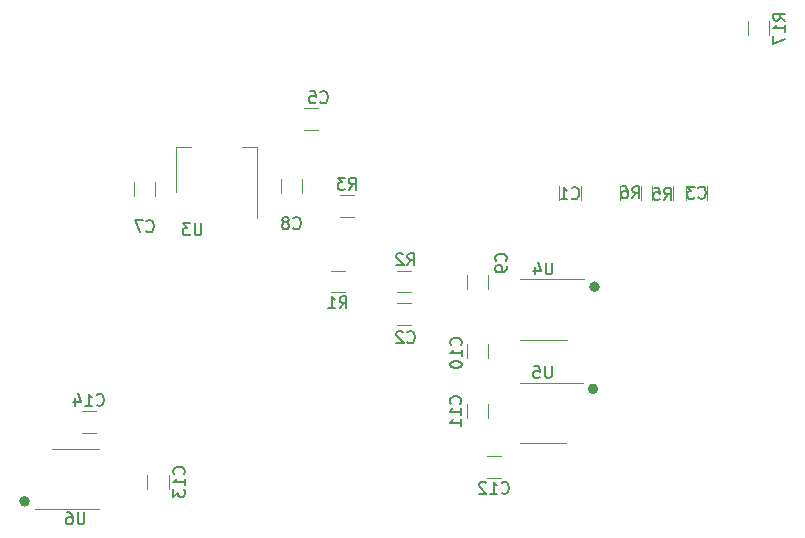
<source format=gbr>
G04 #@! TF.GenerationSoftware,KiCad,Pcbnew,5.1.2-f72e74a~84~ubuntu18.04.1*
G04 #@! TF.CreationDate,2019-09-15T12:20:08+02:00*
G04 #@! TF.ProjectId,PowerElectrobot,506f7765-7245-46c6-9563-74726f626f74,rev?*
G04 #@! TF.SameCoordinates,Original*
G04 #@! TF.FileFunction,Legend,Bot*
G04 #@! TF.FilePolarity,Positive*
%FSLAX46Y46*%
G04 Gerber Fmt 4.6, Leading zero omitted, Abs format (unit mm)*
G04 Created by KiCad (PCBNEW 5.1.2-f72e74a~84~ubuntu18.04.1) date 2019-09-15 12:20:08*
%MOMM*%
%LPD*%
G04 APERTURE LIST*
%ADD10C,0.500000*%
%ADD11C,0.120000*%
%ADD12C,0.150000*%
G04 APERTURE END LIST*
D10*
X72590000Y-111125000D02*
G75*
G03X72590000Y-111125000I-200000J0D01*
G01*
X120723000Y-101600000D02*
G75*
G03X120723000Y-101600000I-200000J0D01*
G01*
X120850000Y-92964000D02*
G75*
G03X120850000Y-92964000I-200000J0D01*
G01*
D11*
X117657200Y-84414736D02*
X117657200Y-85618864D01*
X119477200Y-84414736D02*
X119477200Y-85618864D01*
X103921936Y-94340000D02*
X105126064Y-94340000D01*
X103921936Y-96160000D02*
X105126064Y-96160000D01*
X130196000Y-85641264D02*
X130196000Y-84437136D01*
X128376000Y-85641264D02*
X128376000Y-84437136D01*
X96041936Y-77830000D02*
X97246064Y-77830000D01*
X96041936Y-79650000D02*
X97246064Y-79650000D01*
X83460000Y-85308064D02*
X83460000Y-84103936D01*
X81640000Y-85308064D02*
X81640000Y-84103936D01*
X94086000Y-85054064D02*
X94086000Y-83849936D01*
X95906000Y-85054064D02*
X95906000Y-83849936D01*
X111654000Y-91977936D02*
X111654000Y-93182064D01*
X109834000Y-91977936D02*
X109834000Y-93182064D01*
X111654000Y-99024064D02*
X111654000Y-97819936D01*
X109834000Y-99024064D02*
X109834000Y-97819936D01*
X111654000Y-102905936D02*
X111654000Y-104110064D01*
X109834000Y-102905936D02*
X109834000Y-104110064D01*
X111535936Y-109114000D02*
X112740064Y-109114000D01*
X111535936Y-107294000D02*
X112740064Y-107294000D01*
X82783000Y-110076064D02*
X82783000Y-108871936D01*
X84603000Y-110076064D02*
X84603000Y-108871936D01*
X78450064Y-103484000D02*
X77245936Y-103484000D01*
X78450064Y-105304000D02*
X77245936Y-105304000D01*
X98306937Y-93419001D02*
X99511065Y-93419001D01*
X98306937Y-91599001D02*
X99511065Y-91599001D01*
X103916937Y-93419001D02*
X105121065Y-93419001D01*
X103916937Y-91599001D02*
X105121065Y-91599001D01*
X100294064Y-85196000D02*
X99089936Y-85196000D01*
X100294064Y-87016000D02*
X99089936Y-87016000D01*
X127300400Y-84414736D02*
X127300400Y-85618864D01*
X125480400Y-84414736D02*
X125480400Y-85618864D01*
X124608000Y-84414736D02*
X124608000Y-85618864D01*
X122788000Y-84414736D02*
X122788000Y-85618864D01*
X85236000Y-81148000D02*
X86496000Y-81148000D01*
X92056000Y-81148000D02*
X90796000Y-81148000D01*
X85236000Y-84908000D02*
X85236000Y-81148000D01*
X92056000Y-87158000D02*
X92056000Y-81148000D01*
X116332000Y-92309000D02*
X119782000Y-92309000D01*
X116332000Y-92309000D02*
X114382000Y-92309000D01*
X116332000Y-97429000D02*
X118282000Y-97429000D01*
X116332000Y-97429000D02*
X114382000Y-97429000D01*
X116267000Y-106192000D02*
X114317000Y-106192000D01*
X116267000Y-106192000D02*
X118217000Y-106192000D01*
X116267000Y-101072000D02*
X114317000Y-101072000D01*
X116267000Y-101072000D02*
X119717000Y-101072000D01*
X76708000Y-106660000D02*
X78658000Y-106660000D01*
X76708000Y-106660000D02*
X74758000Y-106660000D01*
X76708000Y-111780000D02*
X78658000Y-111780000D01*
X76708000Y-111780000D02*
X73258000Y-111780000D01*
X135428400Y-71671264D02*
X135428400Y-70467136D01*
X133608400Y-71671264D02*
X133608400Y-70467136D01*
D12*
X118733866Y-85447142D02*
X118781485Y-85494761D01*
X118924342Y-85542380D01*
X119019580Y-85542380D01*
X119162438Y-85494761D01*
X119257676Y-85399523D01*
X119305295Y-85304285D01*
X119352914Y-85113809D01*
X119352914Y-84970952D01*
X119305295Y-84780476D01*
X119257676Y-84685238D01*
X119162438Y-84590000D01*
X119019580Y-84542380D01*
X118924342Y-84542380D01*
X118781485Y-84590000D01*
X118733866Y-84637619D01*
X117781485Y-85542380D02*
X118352914Y-85542380D01*
X118067200Y-85542380D02*
X118067200Y-84542380D01*
X118162438Y-84685238D01*
X118257676Y-84780476D01*
X118352914Y-84828095D01*
X104814666Y-97639142D02*
X104862285Y-97686761D01*
X105005142Y-97734380D01*
X105100380Y-97734380D01*
X105243238Y-97686761D01*
X105338476Y-97591523D01*
X105386095Y-97496285D01*
X105433714Y-97305809D01*
X105433714Y-97162952D01*
X105386095Y-96972476D01*
X105338476Y-96877238D01*
X105243238Y-96782000D01*
X105100380Y-96734380D01*
X105005142Y-96734380D01*
X104862285Y-96782000D01*
X104814666Y-96829619D01*
X104433714Y-96829619D02*
X104386095Y-96782000D01*
X104290857Y-96734380D01*
X104052761Y-96734380D01*
X103957523Y-96782000D01*
X103909904Y-96829619D01*
X103862285Y-96924857D01*
X103862285Y-97020095D01*
X103909904Y-97162952D01*
X104481333Y-97734380D01*
X103862285Y-97734380D01*
X129452666Y-85396342D02*
X129500285Y-85443961D01*
X129643142Y-85491580D01*
X129738380Y-85491580D01*
X129881238Y-85443961D01*
X129976476Y-85348723D01*
X130024095Y-85253485D01*
X130071714Y-85063009D01*
X130071714Y-84920152D01*
X130024095Y-84729676D01*
X129976476Y-84634438D01*
X129881238Y-84539200D01*
X129738380Y-84491580D01*
X129643142Y-84491580D01*
X129500285Y-84539200D01*
X129452666Y-84586819D01*
X129119333Y-84491580D02*
X128500285Y-84491580D01*
X128833619Y-84872533D01*
X128690761Y-84872533D01*
X128595523Y-84920152D01*
X128547904Y-84967771D01*
X128500285Y-85063009D01*
X128500285Y-85301104D01*
X128547904Y-85396342D01*
X128595523Y-85443961D01*
X128690761Y-85491580D01*
X128976476Y-85491580D01*
X129071714Y-85443961D01*
X129119333Y-85396342D01*
X97448666Y-77319142D02*
X97496285Y-77366761D01*
X97639142Y-77414380D01*
X97734380Y-77414380D01*
X97877238Y-77366761D01*
X97972476Y-77271523D01*
X98020095Y-77176285D01*
X98067714Y-76985809D01*
X98067714Y-76842952D01*
X98020095Y-76652476D01*
X97972476Y-76557238D01*
X97877238Y-76462000D01*
X97734380Y-76414380D01*
X97639142Y-76414380D01*
X97496285Y-76462000D01*
X97448666Y-76509619D01*
X96543904Y-76414380D02*
X97020095Y-76414380D01*
X97067714Y-76890571D01*
X97020095Y-76842952D01*
X96924857Y-76795333D01*
X96686761Y-76795333D01*
X96591523Y-76842952D01*
X96543904Y-76890571D01*
X96496285Y-76985809D01*
X96496285Y-77223904D01*
X96543904Y-77319142D01*
X96591523Y-77366761D01*
X96686761Y-77414380D01*
X96924857Y-77414380D01*
X97020095Y-77366761D01*
X97067714Y-77319142D01*
X82716666Y-88241142D02*
X82764285Y-88288761D01*
X82907142Y-88336380D01*
X83002380Y-88336380D01*
X83145238Y-88288761D01*
X83240476Y-88193523D01*
X83288095Y-88098285D01*
X83335714Y-87907809D01*
X83335714Y-87764952D01*
X83288095Y-87574476D01*
X83240476Y-87479238D01*
X83145238Y-87384000D01*
X83002380Y-87336380D01*
X82907142Y-87336380D01*
X82764285Y-87384000D01*
X82716666Y-87431619D01*
X82383333Y-87336380D02*
X81716666Y-87336380D01*
X82145238Y-88336380D01*
X95162666Y-87987142D02*
X95210285Y-88034761D01*
X95353142Y-88082380D01*
X95448380Y-88082380D01*
X95591238Y-88034761D01*
X95686476Y-87939523D01*
X95734095Y-87844285D01*
X95781714Y-87653809D01*
X95781714Y-87510952D01*
X95734095Y-87320476D01*
X95686476Y-87225238D01*
X95591238Y-87130000D01*
X95448380Y-87082380D01*
X95353142Y-87082380D01*
X95210285Y-87130000D01*
X95162666Y-87177619D01*
X94591238Y-87510952D02*
X94686476Y-87463333D01*
X94734095Y-87415714D01*
X94781714Y-87320476D01*
X94781714Y-87272857D01*
X94734095Y-87177619D01*
X94686476Y-87130000D01*
X94591238Y-87082380D01*
X94400761Y-87082380D01*
X94305523Y-87130000D01*
X94257904Y-87177619D01*
X94210285Y-87272857D01*
X94210285Y-87320476D01*
X94257904Y-87415714D01*
X94305523Y-87463333D01*
X94400761Y-87510952D01*
X94591238Y-87510952D01*
X94686476Y-87558571D01*
X94734095Y-87606190D01*
X94781714Y-87701428D01*
X94781714Y-87891904D01*
X94734095Y-87987142D01*
X94686476Y-88034761D01*
X94591238Y-88082380D01*
X94400761Y-88082380D01*
X94305523Y-88034761D01*
X94257904Y-87987142D01*
X94210285Y-87891904D01*
X94210285Y-87701428D01*
X94257904Y-87606190D01*
X94305523Y-87558571D01*
X94400761Y-87510952D01*
X113133142Y-90765333D02*
X113180761Y-90717714D01*
X113228380Y-90574857D01*
X113228380Y-90479619D01*
X113180761Y-90336761D01*
X113085523Y-90241523D01*
X112990285Y-90193904D01*
X112799809Y-90146285D01*
X112656952Y-90146285D01*
X112466476Y-90193904D01*
X112371238Y-90241523D01*
X112276000Y-90336761D01*
X112228380Y-90479619D01*
X112228380Y-90574857D01*
X112276000Y-90717714D01*
X112323619Y-90765333D01*
X113228380Y-91241523D02*
X113228380Y-91432000D01*
X113180761Y-91527238D01*
X113133142Y-91574857D01*
X112990285Y-91670095D01*
X112799809Y-91717714D01*
X112418857Y-91717714D01*
X112323619Y-91670095D01*
X112276000Y-91622476D01*
X112228380Y-91527238D01*
X112228380Y-91336761D01*
X112276000Y-91241523D01*
X112323619Y-91193904D01*
X112418857Y-91146285D01*
X112656952Y-91146285D01*
X112752190Y-91193904D01*
X112799809Y-91241523D01*
X112847428Y-91336761D01*
X112847428Y-91527238D01*
X112799809Y-91622476D01*
X112752190Y-91670095D01*
X112656952Y-91717714D01*
X109323142Y-97909142D02*
X109370761Y-97861523D01*
X109418380Y-97718666D01*
X109418380Y-97623428D01*
X109370761Y-97480571D01*
X109275523Y-97385333D01*
X109180285Y-97337714D01*
X108989809Y-97290095D01*
X108846952Y-97290095D01*
X108656476Y-97337714D01*
X108561238Y-97385333D01*
X108466000Y-97480571D01*
X108418380Y-97623428D01*
X108418380Y-97718666D01*
X108466000Y-97861523D01*
X108513619Y-97909142D01*
X109418380Y-98861523D02*
X109418380Y-98290095D01*
X109418380Y-98575809D02*
X108418380Y-98575809D01*
X108561238Y-98480571D01*
X108656476Y-98385333D01*
X108704095Y-98290095D01*
X108418380Y-99480571D02*
X108418380Y-99575809D01*
X108466000Y-99671047D01*
X108513619Y-99718666D01*
X108608857Y-99766285D01*
X108799333Y-99813904D01*
X109037428Y-99813904D01*
X109227904Y-99766285D01*
X109323142Y-99718666D01*
X109370761Y-99671047D01*
X109418380Y-99575809D01*
X109418380Y-99480571D01*
X109370761Y-99385333D01*
X109323142Y-99337714D01*
X109227904Y-99290095D01*
X109037428Y-99242476D01*
X108799333Y-99242476D01*
X108608857Y-99290095D01*
X108513619Y-99337714D01*
X108466000Y-99385333D01*
X108418380Y-99480571D01*
X109281142Y-102865142D02*
X109328761Y-102817523D01*
X109376380Y-102674666D01*
X109376380Y-102579428D01*
X109328761Y-102436571D01*
X109233523Y-102341333D01*
X109138285Y-102293714D01*
X108947809Y-102246095D01*
X108804952Y-102246095D01*
X108614476Y-102293714D01*
X108519238Y-102341333D01*
X108424000Y-102436571D01*
X108376380Y-102579428D01*
X108376380Y-102674666D01*
X108424000Y-102817523D01*
X108471619Y-102865142D01*
X109376380Y-103817523D02*
X109376380Y-103246095D01*
X109376380Y-103531809D02*
X108376380Y-103531809D01*
X108519238Y-103436571D01*
X108614476Y-103341333D01*
X108662095Y-103246095D01*
X109376380Y-104769904D02*
X109376380Y-104198476D01*
X109376380Y-104484190D02*
X108376380Y-104484190D01*
X108519238Y-104388952D01*
X108614476Y-104293714D01*
X108662095Y-104198476D01*
X112780857Y-110381142D02*
X112828476Y-110428761D01*
X112971333Y-110476380D01*
X113066571Y-110476380D01*
X113209428Y-110428761D01*
X113304666Y-110333523D01*
X113352285Y-110238285D01*
X113399904Y-110047809D01*
X113399904Y-109904952D01*
X113352285Y-109714476D01*
X113304666Y-109619238D01*
X113209428Y-109524000D01*
X113066571Y-109476380D01*
X112971333Y-109476380D01*
X112828476Y-109524000D01*
X112780857Y-109571619D01*
X111828476Y-110476380D02*
X112399904Y-110476380D01*
X112114190Y-110476380D02*
X112114190Y-109476380D01*
X112209428Y-109619238D01*
X112304666Y-109714476D01*
X112399904Y-109762095D01*
X111447523Y-109571619D02*
X111399904Y-109524000D01*
X111304666Y-109476380D01*
X111066571Y-109476380D01*
X110971333Y-109524000D01*
X110923714Y-109571619D01*
X110876095Y-109666857D01*
X110876095Y-109762095D01*
X110923714Y-109904952D01*
X111495142Y-110476380D01*
X110876095Y-110476380D01*
X85870142Y-108831142D02*
X85917761Y-108783523D01*
X85965380Y-108640666D01*
X85965380Y-108545428D01*
X85917761Y-108402571D01*
X85822523Y-108307333D01*
X85727285Y-108259714D01*
X85536809Y-108212095D01*
X85393952Y-108212095D01*
X85203476Y-108259714D01*
X85108238Y-108307333D01*
X85013000Y-108402571D01*
X84965380Y-108545428D01*
X84965380Y-108640666D01*
X85013000Y-108783523D01*
X85060619Y-108831142D01*
X85965380Y-109783523D02*
X85965380Y-109212095D01*
X85965380Y-109497809D02*
X84965380Y-109497809D01*
X85108238Y-109402571D01*
X85203476Y-109307333D01*
X85251095Y-109212095D01*
X84965380Y-110116857D02*
X84965380Y-110735904D01*
X85346333Y-110402571D01*
X85346333Y-110545428D01*
X85393952Y-110640666D01*
X85441571Y-110688285D01*
X85536809Y-110735904D01*
X85774904Y-110735904D01*
X85870142Y-110688285D01*
X85917761Y-110640666D01*
X85965380Y-110545428D01*
X85965380Y-110259714D01*
X85917761Y-110164476D01*
X85870142Y-110116857D01*
X78490857Y-102931142D02*
X78538476Y-102978761D01*
X78681333Y-103026380D01*
X78776571Y-103026380D01*
X78919428Y-102978761D01*
X79014666Y-102883523D01*
X79062285Y-102788285D01*
X79109904Y-102597809D01*
X79109904Y-102454952D01*
X79062285Y-102264476D01*
X79014666Y-102169238D01*
X78919428Y-102074000D01*
X78776571Y-102026380D01*
X78681333Y-102026380D01*
X78538476Y-102074000D01*
X78490857Y-102121619D01*
X77538476Y-103026380D02*
X78109904Y-103026380D01*
X77824190Y-103026380D02*
X77824190Y-102026380D01*
X77919428Y-102169238D01*
X78014666Y-102264476D01*
X78109904Y-102312095D01*
X76681333Y-102359714D02*
X76681333Y-103026380D01*
X76919428Y-101978761D02*
X77157523Y-102693047D01*
X76538476Y-102693047D01*
X99075667Y-94781381D02*
X99409001Y-94305191D01*
X99647096Y-94781381D02*
X99647096Y-93781381D01*
X99266143Y-93781381D01*
X99170905Y-93829001D01*
X99123286Y-93876620D01*
X99075667Y-93971858D01*
X99075667Y-94114715D01*
X99123286Y-94209953D01*
X99170905Y-94257572D01*
X99266143Y-94305191D01*
X99647096Y-94305191D01*
X98123286Y-94781381D02*
X98694715Y-94781381D01*
X98409001Y-94781381D02*
X98409001Y-93781381D01*
X98504239Y-93924239D01*
X98599477Y-94019477D01*
X98694715Y-94067096D01*
X104814666Y-91130380D02*
X105148000Y-90654190D01*
X105386095Y-91130380D02*
X105386095Y-90130380D01*
X105005142Y-90130380D01*
X104909904Y-90178000D01*
X104862285Y-90225619D01*
X104814666Y-90320857D01*
X104814666Y-90463714D01*
X104862285Y-90558952D01*
X104909904Y-90606571D01*
X105005142Y-90654190D01*
X105386095Y-90654190D01*
X104433714Y-90225619D02*
X104386095Y-90178000D01*
X104290857Y-90130380D01*
X104052761Y-90130380D01*
X103957523Y-90178000D01*
X103909904Y-90225619D01*
X103862285Y-90320857D01*
X103862285Y-90416095D01*
X103909904Y-90558952D01*
X104481333Y-91130380D01*
X103862285Y-91130380D01*
X99858666Y-84738380D02*
X100192000Y-84262190D01*
X100430095Y-84738380D02*
X100430095Y-83738380D01*
X100049142Y-83738380D01*
X99953904Y-83786000D01*
X99906285Y-83833619D01*
X99858666Y-83928857D01*
X99858666Y-84071714D01*
X99906285Y-84166952D01*
X99953904Y-84214571D01*
X100049142Y-84262190D01*
X100430095Y-84262190D01*
X99525333Y-83738380D02*
X98906285Y-83738380D01*
X99239619Y-84119333D01*
X99096761Y-84119333D01*
X99001523Y-84166952D01*
X98953904Y-84214571D01*
X98906285Y-84309809D01*
X98906285Y-84547904D01*
X98953904Y-84643142D01*
X99001523Y-84690761D01*
X99096761Y-84738380D01*
X99382476Y-84738380D01*
X99477714Y-84690761D01*
X99525333Y-84643142D01*
X126557066Y-85593180D02*
X126890400Y-85116990D01*
X127128495Y-85593180D02*
X127128495Y-84593180D01*
X126747542Y-84593180D01*
X126652304Y-84640800D01*
X126604685Y-84688419D01*
X126557066Y-84783657D01*
X126557066Y-84926514D01*
X126604685Y-85021752D01*
X126652304Y-85069371D01*
X126747542Y-85116990D01*
X127128495Y-85116990D01*
X125652304Y-84593180D02*
X126128495Y-84593180D01*
X126176114Y-85069371D01*
X126128495Y-85021752D01*
X126033257Y-84974133D01*
X125795161Y-84974133D01*
X125699923Y-85021752D01*
X125652304Y-85069371D01*
X125604685Y-85164609D01*
X125604685Y-85402704D01*
X125652304Y-85497942D01*
X125699923Y-85545561D01*
X125795161Y-85593180D01*
X126033257Y-85593180D01*
X126128495Y-85545561D01*
X126176114Y-85497942D01*
X123864666Y-85469180D02*
X124198000Y-84992990D01*
X124436095Y-85469180D02*
X124436095Y-84469180D01*
X124055142Y-84469180D01*
X123959904Y-84516800D01*
X123912285Y-84564419D01*
X123864666Y-84659657D01*
X123864666Y-84802514D01*
X123912285Y-84897752D01*
X123959904Y-84945371D01*
X124055142Y-84992990D01*
X124436095Y-84992990D01*
X123007523Y-84469180D02*
X123198000Y-84469180D01*
X123293238Y-84516800D01*
X123340857Y-84564419D01*
X123436095Y-84707276D01*
X123483714Y-84897752D01*
X123483714Y-85278704D01*
X123436095Y-85373942D01*
X123388476Y-85421561D01*
X123293238Y-85469180D01*
X123102761Y-85469180D01*
X123007523Y-85421561D01*
X122959904Y-85373942D01*
X122912285Y-85278704D01*
X122912285Y-85040609D01*
X122959904Y-84945371D01*
X123007523Y-84897752D01*
X123102761Y-84850133D01*
X123293238Y-84850133D01*
X123388476Y-84897752D01*
X123436095Y-84945371D01*
X123483714Y-85040609D01*
X87375904Y-87590380D02*
X87375904Y-88399904D01*
X87328285Y-88495142D01*
X87280666Y-88542761D01*
X87185428Y-88590380D01*
X86994952Y-88590380D01*
X86899714Y-88542761D01*
X86852095Y-88495142D01*
X86804476Y-88399904D01*
X86804476Y-87590380D01*
X86423523Y-87590380D02*
X85804476Y-87590380D01*
X86137809Y-87971333D01*
X85994952Y-87971333D01*
X85899714Y-88018952D01*
X85852095Y-88066571D01*
X85804476Y-88161809D01*
X85804476Y-88399904D01*
X85852095Y-88495142D01*
X85899714Y-88542761D01*
X85994952Y-88590380D01*
X86280666Y-88590380D01*
X86375904Y-88542761D01*
X86423523Y-88495142D01*
X117093904Y-90921380D02*
X117093904Y-91730904D01*
X117046285Y-91826142D01*
X116998666Y-91873761D01*
X116903428Y-91921380D01*
X116712952Y-91921380D01*
X116617714Y-91873761D01*
X116570095Y-91826142D01*
X116522476Y-91730904D01*
X116522476Y-90921380D01*
X115617714Y-91254714D02*
X115617714Y-91921380D01*
X115855809Y-90873761D02*
X116093904Y-91588047D01*
X115474857Y-91588047D01*
X117028904Y-99684380D02*
X117028904Y-100493904D01*
X116981285Y-100589142D01*
X116933666Y-100636761D01*
X116838428Y-100684380D01*
X116647952Y-100684380D01*
X116552714Y-100636761D01*
X116505095Y-100589142D01*
X116457476Y-100493904D01*
X116457476Y-99684380D01*
X115505095Y-99684380D02*
X115981285Y-99684380D01*
X116028904Y-100160571D01*
X115981285Y-100112952D01*
X115886047Y-100065333D01*
X115647952Y-100065333D01*
X115552714Y-100112952D01*
X115505095Y-100160571D01*
X115457476Y-100255809D01*
X115457476Y-100493904D01*
X115505095Y-100589142D01*
X115552714Y-100636761D01*
X115647952Y-100684380D01*
X115886047Y-100684380D01*
X115981285Y-100636761D01*
X116028904Y-100589142D01*
X77469904Y-112072380D02*
X77469904Y-112881904D01*
X77422285Y-112977142D01*
X77374666Y-113024761D01*
X77279428Y-113072380D01*
X77088952Y-113072380D01*
X76993714Y-113024761D01*
X76946095Y-112977142D01*
X76898476Y-112881904D01*
X76898476Y-112072380D01*
X75993714Y-112072380D02*
X76184190Y-112072380D01*
X76279428Y-112120000D01*
X76327047Y-112167619D01*
X76422285Y-112310476D01*
X76469904Y-112500952D01*
X76469904Y-112881904D01*
X76422285Y-112977142D01*
X76374666Y-113024761D01*
X76279428Y-113072380D01*
X76088952Y-113072380D01*
X75993714Y-113024761D01*
X75946095Y-112977142D01*
X75898476Y-112881904D01*
X75898476Y-112643809D01*
X75946095Y-112548571D01*
X75993714Y-112500952D01*
X76088952Y-112453333D01*
X76279428Y-112453333D01*
X76374666Y-112500952D01*
X76422285Y-112548571D01*
X76469904Y-112643809D01*
X136790780Y-70426342D02*
X136314590Y-70093009D01*
X136790780Y-69854914D02*
X135790780Y-69854914D01*
X135790780Y-70235866D01*
X135838400Y-70331104D01*
X135886019Y-70378723D01*
X135981257Y-70426342D01*
X136124114Y-70426342D01*
X136219352Y-70378723D01*
X136266971Y-70331104D01*
X136314590Y-70235866D01*
X136314590Y-69854914D01*
X136790780Y-71378723D02*
X136790780Y-70807295D01*
X136790780Y-71093009D02*
X135790780Y-71093009D01*
X135933638Y-70997771D01*
X136028876Y-70902533D01*
X136076495Y-70807295D01*
X135790780Y-71712057D02*
X135790780Y-72378723D01*
X136790780Y-71950152D01*
M02*

</source>
